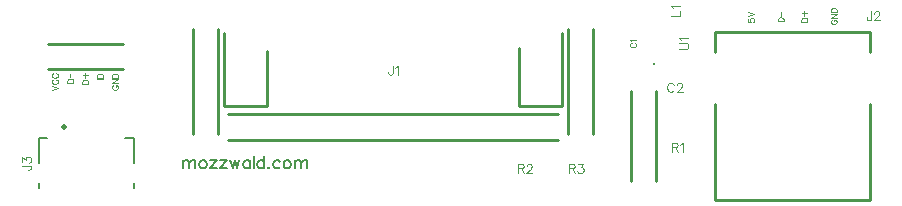
<source format=gbr>
G04 DipTrace 2.4.0.2*
%INTopSilk.gbr*%
%MOIN*%
%ADD10C,0.0098*%
%ADD12C,0.003*%
%ADD21C,0.0125*%
%ADD30C,0.0059*%
%ADD31C,0.0197*%
%ADD95C,0.0046*%
%ADD96C,0.0062*%
%FSLAX44Y44*%
G04*
G70*
G90*
G75*
G01*
%LNTopSilk*%
%LPD*%
X22198Y9205D2*
D10*
Y6748D1*
X20764D1*
Y8693D1*
X12372Y8591D2*
Y6748D1*
X10938D1*
Y9205D1*
X27288Y9242D2*
X32484D1*
Y3644D2*
Y6825D1*
Y8557D2*
Y9234D1*
Y3644D2*
X27288D1*
Y6825D1*
Y8557D2*
Y9234D1*
D31*
X5602Y6060D3*
X4755Y4859D2*
D30*
Y5686D1*
X5030D1*
X7944Y4859D2*
Y5686D1*
X7629D1*
X4755Y4190D2*
Y4032D1*
X7944Y4190D2*
Y4032D1*
X10739Y9318D2*
D10*
Y5818D1*
X9897Y9318D2*
Y5818D1*
X11068Y6489D2*
X22068D1*
X11068Y5647D2*
X22068D1*
X22397Y5818D2*
Y9318D1*
X23239Y5818D2*
Y9318D1*
X25334Y7269D2*
Y4269D1*
X24491Y7269D2*
Y4269D1*
X5068Y8835D2*
X7568D1*
X5068Y7993D2*
X7568D1*
D21*
X25279Y8165D3*
X25926Y7464D2*
D95*
X25912Y7493D1*
X25883Y7521D1*
X25854Y7536D1*
X25797D1*
X25768Y7521D1*
X25740Y7493D1*
X25725Y7464D1*
X25711Y7421D1*
Y7349D1*
X25725Y7306D1*
X25740Y7277D1*
X25768Y7249D1*
X25797Y7234D1*
X25854D1*
X25883Y7249D1*
X25912Y7277D1*
X25926Y7306D1*
X26033Y7464D2*
Y7478D1*
X26047Y7507D1*
X26062Y7521D1*
X26091Y7535D1*
X26148D1*
X26176Y7521D1*
X26191Y7507D1*
X26205Y7478D1*
Y7449D1*
X26191Y7421D1*
X26162Y7378D1*
X26019Y7234D1*
X26220D1*
X16557Y8104D2*
Y7875D1*
X16543Y7832D1*
X16529Y7817D1*
X16500Y7803D1*
X16471D1*
X16443Y7817D1*
X16428Y7832D1*
X16414Y7875D1*
Y7903D1*
X16650Y8046D2*
X16679Y8061D1*
X16722Y8104D1*
Y7803D1*
X32504Y9918D2*
Y9688D1*
X32489Y9645D1*
X32475Y9631D1*
X32446Y9616D1*
X32417D1*
X32389Y9631D1*
X32375Y9645D1*
X32360Y9688D1*
Y9717D1*
X32611Y9846D2*
Y9860D1*
X32625Y9889D1*
X32639Y9903D1*
X32668Y9917D1*
X32726D1*
X32754Y9903D1*
X32768Y9889D1*
X32783Y9860D1*
Y9831D1*
X32768Y9803D1*
X32740Y9760D1*
X32596Y9616D1*
X32797D1*
X4207Y4781D2*
X4437D1*
X4480Y4767D1*
X4494Y4752D1*
X4509Y4724D1*
Y4695D1*
X4494Y4666D1*
X4480Y4652D1*
X4437Y4637D1*
X4408D1*
X4208Y4902D2*
Y5060D1*
X4322Y4974D1*
Y5017D1*
X4337Y5046D1*
X4351Y5060D1*
X4394Y5075D1*
X4423D1*
X4466Y5060D1*
X4495Y5031D1*
X4509Y4988D1*
Y4945D1*
X4495Y4902D1*
X4480Y4888D1*
X4451Y4874D1*
X25832Y9775D2*
X26134D1*
Y9947D1*
X25890Y10039D2*
X25875Y10068D1*
X25833Y10111D1*
X26134D1*
X25856Y5390D2*
X25985D1*
X26028Y5405D1*
X26043Y5419D1*
X26057Y5448D1*
Y5476D1*
X26043Y5505D1*
X26028Y5520D1*
X25985Y5534D1*
X25856D1*
Y5232D1*
X25957Y5390D2*
X26057Y5232D1*
X26150Y5476D2*
X26179Y5491D1*
X26222Y5533D1*
Y5232D1*
X20718Y4688D2*
X20847D1*
X20890Y4703D1*
X20905Y4717D1*
X20919Y4746D1*
Y4775D1*
X20905Y4803D1*
X20890Y4818D1*
X20847Y4832D1*
X20718D1*
Y4530D1*
X20818Y4688D2*
X20919Y4530D1*
X21026Y4760D2*
Y4774D1*
X21040Y4803D1*
X21055Y4817D1*
X21084Y4832D1*
X21141D1*
X21169Y4817D1*
X21184Y4803D1*
X21198Y4774D1*
Y4746D1*
X21184Y4717D1*
X21155Y4674D1*
X21012Y4530D1*
X21213D1*
X22424Y4688D2*
X22553D1*
X22596Y4703D1*
X22610Y4717D1*
X22625Y4746D1*
Y4775D1*
X22610Y4803D1*
X22596Y4818D1*
X22553Y4832D1*
X22424D1*
Y4530D1*
X22524Y4688D2*
X22625Y4530D1*
X22746Y4832D2*
X22904D1*
X22818Y4717D1*
X22861D1*
X22889Y4703D1*
X22904Y4688D1*
X22918Y4645D1*
Y4617D1*
X22904Y4574D1*
X22875Y4545D1*
X22832Y4530D1*
X22789D1*
X22746Y4545D1*
X22732Y4559D1*
X22717Y4588D1*
X26104Y8663D2*
X26319D1*
X26362Y8677D1*
X26391Y8706D1*
X26405Y8749D1*
Y8778D1*
X26391Y8821D1*
X26362Y8850D1*
X26319Y8864D1*
X26104D1*
X26162Y8957D2*
X26147Y8985D1*
X26104Y9029D1*
X26405D1*
X9560Y4955D2*
D96*
Y4687D1*
Y4879D2*
X9617Y4936D1*
X9656Y4955D1*
X9713D1*
X9751Y4936D1*
X9770Y4879D1*
Y4687D1*
Y4879D2*
X9828Y4936D1*
X9866Y4955D1*
X9923D1*
X9962Y4936D1*
X9981Y4879D1*
Y4687D1*
X10200Y4955D2*
X10162Y4936D1*
X10124Y4898D1*
X10105Y4840D1*
Y4802D1*
X10124Y4745D1*
X10162Y4707D1*
X10200Y4687D1*
X10258D1*
X10296Y4707D1*
X10334Y4745D1*
X10354Y4802D1*
Y4840D1*
X10334Y4898D1*
X10296Y4936D1*
X10258Y4955D1*
X10200D1*
X10477D2*
X10688D1*
X10477Y4687D1*
X10688D1*
X10811Y4955D2*
X11022D1*
X10811Y4687D1*
X11022D1*
X11145Y4955D2*
X11222Y4687D1*
X11298Y4955D1*
X11375Y4687D1*
X11451Y4955D1*
X11804D2*
Y4687D1*
Y4898D2*
X11766Y4936D1*
X11728Y4955D1*
X11670D1*
X11632Y4936D1*
X11594Y4898D1*
X11575Y4840D1*
Y4802D1*
X11594Y4745D1*
X11632Y4707D1*
X11670Y4687D1*
X11728D1*
X11766Y4707D1*
X11804Y4745D1*
X11928Y5089D2*
Y4687D1*
X12281Y5089D2*
Y4687D1*
Y4898D2*
X12242Y4936D1*
X12204Y4955D1*
X12147D1*
X12109Y4936D1*
X12070Y4898D1*
X12051Y4840D1*
Y4802D1*
X12070Y4745D1*
X12109Y4707D1*
X12147Y4687D1*
X12204D1*
X12242Y4707D1*
X12281Y4745D1*
X12423Y4726D2*
X12404Y4706D1*
X12423Y4687D1*
X12442Y4706D1*
X12423Y4726D1*
X12796Y4898D2*
X12757Y4936D1*
X12719Y4955D1*
X12662D1*
X12623Y4936D1*
X12585Y4898D1*
X12566Y4840D1*
Y4802D1*
X12585Y4745D1*
X12623Y4707D1*
X12662Y4687D1*
X12719D1*
X12757Y4707D1*
X12796Y4745D1*
X13015Y4955D2*
X12977Y4936D1*
X12938Y4898D1*
X12919Y4840D1*
Y4802D1*
X12938Y4745D1*
X12977Y4707D1*
X13015Y4687D1*
X13072D1*
X13111Y4707D1*
X13149Y4745D1*
X13168Y4802D1*
Y4840D1*
X13149Y4898D1*
X13111Y4936D1*
X13072Y4955D1*
X13015D1*
X13292D2*
Y4687D1*
Y4879D2*
X13349Y4936D1*
X13388Y4955D1*
X13445D1*
X13483Y4936D1*
X13502Y4879D1*
Y4687D1*
Y4879D2*
X13560Y4936D1*
X13598Y4955D1*
X13655D1*
X13694Y4936D1*
X13713Y4879D1*
Y4687D1*
X28407Y9673D2*
D12*
Y9578D1*
X28493Y9568D1*
X28483Y9578D1*
X28473Y9607D1*
Y9635D1*
X28483Y9664D1*
X28502Y9683D1*
X28531Y9693D1*
X28550D1*
X28579Y9683D1*
X28598Y9664D1*
X28607Y9635D1*
Y9607D1*
X28598Y9578D1*
X28588Y9568D1*
X28569Y9559D1*
X28406Y9754D2*
X28607Y9831D1*
X28406Y9907D1*
X30179Y9569D2*
X30380D1*
Y9636D1*
X30371Y9665D1*
X30352Y9684D1*
X30332Y9693D1*
X30304Y9703D1*
X30256D1*
X30227Y9693D1*
X30208Y9684D1*
X30189Y9665D1*
X30179Y9636D1*
Y9569D1*
X30194Y9851D2*
X30366D1*
X30280Y9765D2*
Y9937D1*
X29390Y9582D2*
X29591D1*
Y9649D1*
X29581Y9677D1*
X29562Y9697D1*
X29543Y9706D1*
X29515Y9716D1*
X29467D1*
X29438Y9706D1*
X29419Y9697D1*
X29400Y9677D1*
X29390Y9649D1*
Y9582D1*
X29491Y9777D2*
Y9888D1*
X31206Y9640D2*
X31187Y9630D1*
X31168Y9611D1*
X31158Y9592D1*
Y9554D1*
X31168Y9535D1*
X31187Y9516D1*
X31206Y9506D1*
X31235Y9496D1*
X31283D1*
X31311Y9506D1*
X31331Y9516D1*
X31350Y9535D1*
X31359Y9554D1*
Y9592D1*
X31350Y9611D1*
X31331Y9630D1*
X31311Y9640D1*
X31283D1*
Y9592D1*
X31158Y9836D2*
X31359D1*
X31158Y9702D1*
X31359D1*
X31158Y9897D2*
X31359D1*
Y9964D1*
X31350Y9993D1*
X31331Y10012D1*
X31311Y10022D1*
X31283Y10031D1*
X31235D1*
X31206Y10022D1*
X31187Y10012D1*
X31168Y9993D1*
X31158Y9964D1*
Y9897D1*
X5196Y7287D2*
X5397Y7363D1*
X5196Y7440D1*
X5244Y7645D2*
X5225Y7635D1*
X5206Y7616D1*
X5196Y7597D1*
Y7559D1*
X5206Y7540D1*
X5225Y7521D1*
X5244Y7511D1*
X5273Y7501D1*
X5321D1*
X5349Y7511D1*
X5369Y7521D1*
X5388Y7540D1*
X5397Y7559D1*
Y7597D1*
X5388Y7616D1*
X5369Y7635D1*
X5349Y7645D1*
X5244Y7850D2*
X5225Y7841D1*
X5206Y7821D1*
X5196Y7802D1*
Y7764D1*
X5206Y7745D1*
X5225Y7726D1*
X5244Y7716D1*
X5273Y7707D1*
X5321D1*
X5349Y7716D1*
X5369Y7726D1*
X5388Y7745D1*
X5397Y7764D1*
Y7802D1*
X5388Y7821D1*
X5369Y7841D1*
X5349Y7850D1*
X5716Y7535D2*
X5917D1*
Y7602D1*
X5908Y7631D1*
X5889Y7650D1*
X5869Y7659D1*
X5841Y7669D1*
X5793D1*
X5764Y7659D1*
X5745Y7650D1*
X5726Y7631D1*
X5716Y7602D1*
Y7535D1*
X5817Y7731D2*
Y7841D1*
X6211Y7510D2*
X6412D1*
Y7577D1*
X6402Y7605D1*
X6383Y7625D1*
X6364Y7634D1*
X6336Y7644D1*
X6288D1*
X6259Y7634D1*
X6240Y7625D1*
X6221Y7605D1*
X6211Y7577D1*
Y7510D1*
X6226Y7791D2*
X6398D1*
X6312Y7705D2*
Y7878D1*
X6697Y7649D2*
X6898D1*
X6697Y7711D2*
X6898D1*
Y7778D1*
X6889Y7807D1*
X6870Y7826D1*
X6850Y7836D1*
X6822Y7845D1*
X6774D1*
X6745Y7836D1*
X6726Y7826D1*
X6707Y7807D1*
X6697Y7778D1*
Y7711D1*
X7251Y7453D2*
X7232Y7444D1*
X7213Y7424D1*
X7204Y7405D1*
Y7367D1*
X7213Y7348D1*
X7232Y7329D1*
X7251Y7319D1*
X7280Y7310D1*
X7328D1*
X7357Y7319D1*
X7376Y7329D1*
X7395Y7348D1*
X7405Y7367D1*
Y7405D1*
X7395Y7424D1*
X7376Y7444D1*
X7357Y7453D1*
X7328D1*
Y7405D1*
X7204Y7649D2*
X7405D1*
X7204Y7515D1*
X7405D1*
X7204Y7711D2*
X7405D1*
Y7778D1*
X7395Y7806D1*
X7376Y7826D1*
X7357Y7835D1*
X7328Y7845D1*
X7280D1*
X7251Y7835D1*
X7232Y7826D1*
X7213Y7806D1*
X7204Y7778D1*
Y7711D1*
X24522Y8862D2*
X24503Y8853D1*
X24484Y8834D1*
X24475Y8815D1*
Y8776D1*
X24484Y8757D1*
X24503Y8738D1*
X24522Y8728D1*
X24551Y8719D1*
X24599D1*
X24628Y8728D1*
X24647Y8738D1*
X24666Y8757D1*
X24676Y8776D1*
Y8815D1*
X24666Y8834D1*
X24647Y8853D1*
X24628Y8862D1*
X24513Y8924D2*
X24503Y8943D1*
X24475Y8972D1*
X24676D1*
M02*

</source>
